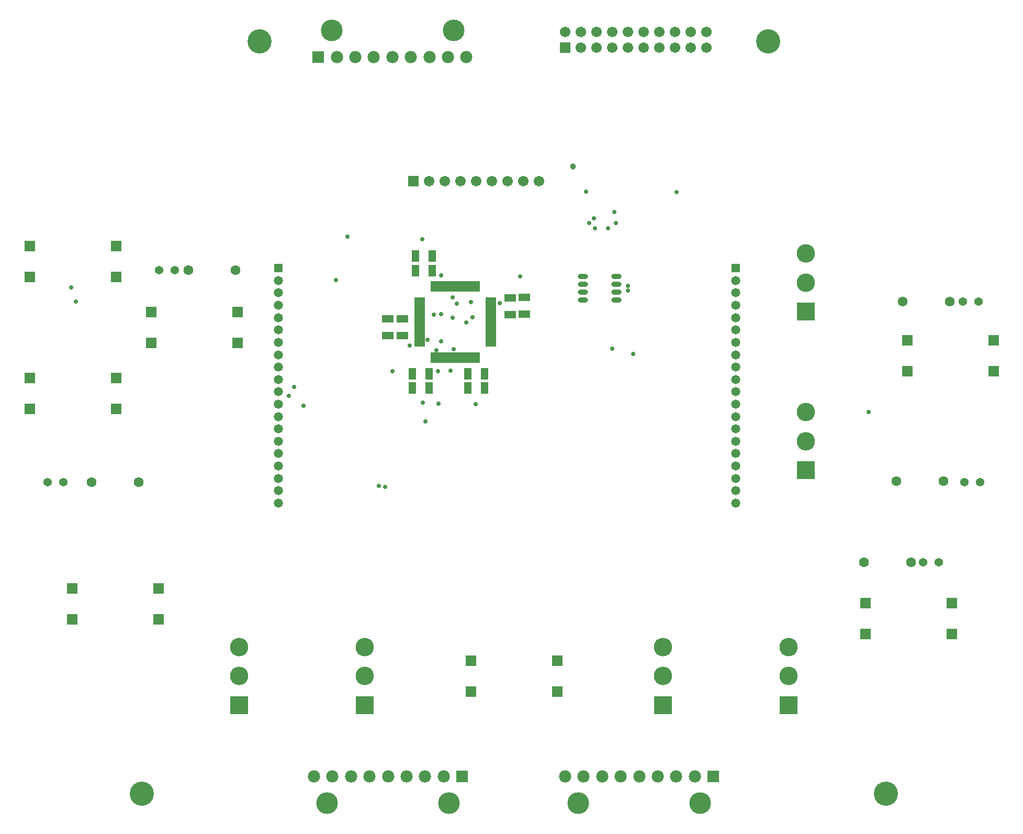
<source format=gts>
G04*
G04 #@! TF.GenerationSoftware,Altium Limited,Altium Designer,19.1.5 (86)*
G04*
G04 Layer_Color=8388736*
%FSLAX25Y25*%
%MOIN*%
G70*
G01*
G75*
%ADD27R,0.05131X0.07493*%
%ADD28R,0.06902X0.07099*%
%ADD29R,0.07493X0.05131*%
%ADD30R,0.01981X0.06509*%
%ADD31R,0.06509X0.01981*%
%ADD32O,0.06509X0.03162*%
%ADD33C,0.05800*%
%ADD34R,0.05800X0.05800*%
%ADD35C,0.05400*%
%ADD36R,0.07800X0.07800*%
%ADD37C,0.07800*%
%ADD38C,0.13800*%
%ADD39C,0.15400*%
%ADD40R,0.06706X0.06706*%
%ADD41C,0.06706*%
%ADD42C,0.06312*%
%ADD43R,0.11725X0.11725*%
%ADD44C,0.11725*%
%ADD45C,0.02800*%
%ADD46C,0.03800*%
D27*
X209815Y358000D02*
D03*
X199185D02*
D03*
X197185Y283500D02*
D03*
X207815D02*
D03*
X197185Y292500D02*
D03*
X207815D02*
D03*
X243315Y283500D02*
D03*
X232685D02*
D03*
X243315Y292500D02*
D03*
X232685D02*
D03*
X199185Y367500D02*
D03*
X209815D02*
D03*
D28*
X234539Y109843D02*
D03*
X289461D02*
D03*
X234539Y90157D02*
D03*
X289461D02*
D03*
X31039Y331843D02*
D03*
X85961D02*
D03*
X31039Y312157D02*
D03*
X85961D02*
D03*
X35461Y136157D02*
D03*
X-19461D02*
D03*
X35461Y155843D02*
D03*
X-19461D02*
D03*
X567461Y294157D02*
D03*
X512539D02*
D03*
X567461Y313843D02*
D03*
X512539D02*
D03*
X540961Y126657D02*
D03*
X486039D02*
D03*
X540961Y146343D02*
D03*
X486039D02*
D03*
X-46461Y289843D02*
D03*
X8461D02*
D03*
X-46461Y270157D02*
D03*
X8461D02*
D03*
X-46461Y373843D02*
D03*
X8461D02*
D03*
X-46461Y354157D02*
D03*
X8461D02*
D03*
D29*
X191000Y327315D02*
D03*
Y316685D02*
D03*
X181500Y327315D02*
D03*
Y316685D02*
D03*
X268500Y341000D02*
D03*
Y330370D02*
D03*
X259500Y340815D02*
D03*
Y330185D02*
D03*
D30*
X209736Y348138D02*
D03*
X211705D02*
D03*
X213673D02*
D03*
X215642D02*
D03*
X217610D02*
D03*
X219579D02*
D03*
X221547D02*
D03*
X223516D02*
D03*
X225484D02*
D03*
X227453D02*
D03*
X229421D02*
D03*
X231390D02*
D03*
X233358D02*
D03*
X235327D02*
D03*
X237295D02*
D03*
X239264D02*
D03*
Y302862D02*
D03*
X237295D02*
D03*
X235327D02*
D03*
X233358D02*
D03*
X231390D02*
D03*
X229421D02*
D03*
X227453D02*
D03*
X225484D02*
D03*
X223516D02*
D03*
X221547D02*
D03*
X219579D02*
D03*
X217610D02*
D03*
X215642D02*
D03*
X213673D02*
D03*
X211705D02*
D03*
X209736D02*
D03*
D31*
X247138Y340264D02*
D03*
Y338295D02*
D03*
Y336327D02*
D03*
Y334358D02*
D03*
Y332390D02*
D03*
Y330421D02*
D03*
Y328453D02*
D03*
Y326484D02*
D03*
Y324516D02*
D03*
Y322547D02*
D03*
Y320579D02*
D03*
Y318610D02*
D03*
Y316642D02*
D03*
Y314673D02*
D03*
Y312705D02*
D03*
Y310736D02*
D03*
X201862D02*
D03*
Y312705D02*
D03*
Y314673D02*
D03*
Y316642D02*
D03*
Y318610D02*
D03*
Y320579D02*
D03*
Y322547D02*
D03*
Y324516D02*
D03*
Y326484D02*
D03*
Y328453D02*
D03*
Y330421D02*
D03*
Y332390D02*
D03*
Y334358D02*
D03*
Y336327D02*
D03*
Y338295D02*
D03*
Y340264D02*
D03*
D32*
X327228Y339500D02*
D03*
Y344500D02*
D03*
Y349500D02*
D03*
Y354500D02*
D03*
X305772Y339500D02*
D03*
Y344500D02*
D03*
Y349500D02*
D03*
Y354500D02*
D03*
D33*
X111800Y304618D02*
D03*
Y320366D02*
D03*
Y343988D02*
D03*
Y336114D02*
D03*
Y328240D02*
D03*
Y312492D02*
D03*
Y351862D02*
D03*
Y296744D02*
D03*
Y288870D02*
D03*
Y233752D02*
D03*
Y249500D02*
D03*
Y265248D02*
D03*
Y257374D02*
D03*
Y241626D02*
D03*
Y280996D02*
D03*
Y225878D02*
D03*
Y218004D02*
D03*
Y273122D02*
D03*
Y210130D02*
D03*
X403139Y304618D02*
D03*
Y320366D02*
D03*
Y343988D02*
D03*
Y336114D02*
D03*
Y328240D02*
D03*
Y312492D02*
D03*
Y351862D02*
D03*
Y296744D02*
D03*
Y288870D02*
D03*
Y233752D02*
D03*
Y249500D02*
D03*
Y265248D02*
D03*
Y257374D02*
D03*
Y241626D02*
D03*
Y280996D02*
D03*
Y225878D02*
D03*
Y218004D02*
D03*
Y273122D02*
D03*
Y210130D02*
D03*
D34*
X111800Y359736D02*
D03*
X403139D02*
D03*
D35*
X532500Y172500D02*
D03*
X522500D02*
D03*
X559000Y223500D02*
D03*
X549000D02*
D03*
X558000Y338500D02*
D03*
X548000D02*
D03*
X-35000Y223500D02*
D03*
X-25000D02*
D03*
X36059Y358500D02*
D03*
X46059D02*
D03*
D36*
X228950Y36000D02*
D03*
X388950D02*
D03*
X137300Y494000D02*
D03*
D37*
X217150Y36000D02*
D03*
X205350D02*
D03*
X193550D02*
D03*
X181750D02*
D03*
X169950D02*
D03*
X158150D02*
D03*
X146350D02*
D03*
X134550D02*
D03*
X377150D02*
D03*
X365350D02*
D03*
X353550D02*
D03*
X341750D02*
D03*
X329950D02*
D03*
X318150D02*
D03*
X306350D02*
D03*
X294550D02*
D03*
X149100Y494000D02*
D03*
X160900D02*
D03*
X172700D02*
D03*
X184500D02*
D03*
X196300D02*
D03*
X208100D02*
D03*
X219900D02*
D03*
X231700D02*
D03*
D38*
X220450Y19000D02*
D03*
X142850D02*
D03*
X380450D02*
D03*
X302850D02*
D03*
X145800Y511000D02*
D03*
X223400D02*
D03*
D39*
X25000Y25000D02*
D03*
X499000D02*
D03*
X424000Y504000D02*
D03*
X100000D02*
D03*
D40*
X198000Y415000D02*
D03*
X294500Y500000D02*
D03*
D41*
X218000Y415000D02*
D03*
X228000D02*
D03*
X238000D02*
D03*
X248000D02*
D03*
X258000D02*
D03*
X268000D02*
D03*
X278000D02*
D03*
X208000D02*
D03*
X384500Y510000D02*
D03*
X374500D02*
D03*
X364500D02*
D03*
X354500D02*
D03*
X344500D02*
D03*
X334500D02*
D03*
X324500D02*
D03*
X314500D02*
D03*
X304500D02*
D03*
X294500D02*
D03*
X384500Y500000D02*
D03*
X374500D02*
D03*
X364500D02*
D03*
X354500D02*
D03*
X344500D02*
D03*
X334500D02*
D03*
X324500D02*
D03*
X314500D02*
D03*
X304500D02*
D03*
D42*
X84500Y358500D02*
D03*
X54500D02*
D03*
X485000Y172500D02*
D03*
X515000D02*
D03*
X535500Y224000D02*
D03*
X505500D02*
D03*
X-7000Y223500D02*
D03*
X23000D02*
D03*
X509500Y338500D02*
D03*
X539500D02*
D03*
D43*
X87000Y81500D02*
D03*
X167000D02*
D03*
X357000D02*
D03*
X448000Y231000D02*
D03*
Y332000D02*
D03*
X437000Y81500D02*
D03*
D44*
X87000Y100004D02*
D03*
Y118508D02*
D03*
X167000Y100004D02*
D03*
Y118508D02*
D03*
X357000Y100004D02*
D03*
Y118508D02*
D03*
X448000Y249504D02*
D03*
Y268008D02*
D03*
Y369008D02*
D03*
Y350504D02*
D03*
X437000Y100004D02*
D03*
Y118508D02*
D03*
D45*
X128000Y272000D02*
D03*
X122000Y284000D02*
D03*
X118500Y278500D02*
D03*
X488000Y268008D02*
D03*
X-17000Y338500D02*
D03*
X-20000Y347500D02*
D03*
X327000Y388500D02*
D03*
X326000Y395500D02*
D03*
X322000Y385000D02*
D03*
X180000Y220500D02*
D03*
X176000Y221000D02*
D03*
X223000Y328000D02*
D03*
X207000Y314000D02*
D03*
X215500Y355000D02*
D03*
X211000Y330000D02*
D03*
X338000Y305000D02*
D03*
X253000Y337500D02*
D03*
X268500Y330370D02*
D03*
X266000Y354500D02*
D03*
X204000Y274000D02*
D03*
X195500Y310500D02*
D03*
X225500Y337000D02*
D03*
X223000Y341000D02*
D03*
X203500Y378000D02*
D03*
X197000Y283500D02*
D03*
X232500Y292000D02*
D03*
Y283500D02*
D03*
X148500Y352000D02*
D03*
X327378Y354500D02*
D03*
X305505Y349500D02*
D03*
X191000Y327315D02*
D03*
X181500D02*
D03*
X259500Y330185D02*
D03*
X199185Y358000D02*
D03*
Y367500D02*
D03*
X156050Y379950D02*
D03*
X334500Y348500D02*
D03*
Y345500D02*
D03*
X213500Y294000D02*
D03*
X214000Y273500D02*
D03*
X205500Y262000D02*
D03*
X184500Y294000D02*
D03*
X212500Y307500D02*
D03*
X215500Y313000D02*
D03*
X237500Y273000D02*
D03*
X215500Y330500D02*
D03*
X231445Y325055D02*
D03*
X324500Y308500D02*
D03*
X235500Y328500D02*
D03*
X310000Y388500D02*
D03*
X313500Y385000D02*
D03*
X365500Y408000D02*
D03*
X308000Y408500D02*
D03*
X313000Y391500D02*
D03*
X234500Y338000D02*
D03*
X223500Y308000D02*
D03*
X221500Y294500D02*
D03*
D46*
X299500Y424500D02*
D03*
M02*

</source>
